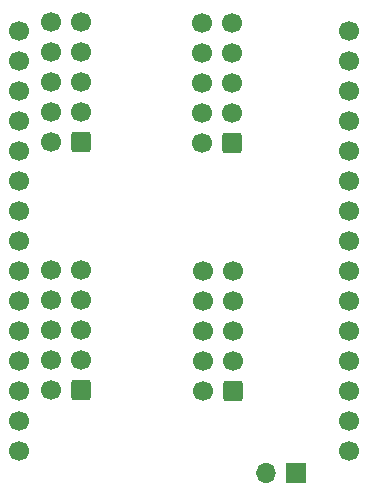
<source format=gbr>
%TF.GenerationSoftware,KiCad,Pcbnew,8.0.5*%
%TF.CreationDate,2024-09-24T01:03:51+02:00*%
%TF.ProjectId,RRF_MOT_EXP_ADAPTER,5252465f-4d4f-4545-9f45-58505f414441,rev?*%
%TF.SameCoordinates,Original*%
%TF.FileFunction,Soldermask,Bot*%
%TF.FilePolarity,Negative*%
%FSLAX46Y46*%
G04 Gerber Fmt 4.6, Leading zero omitted, Abs format (unit mm)*
G04 Created by KiCad (PCBNEW 8.0.5) date 2024-09-24 01:03:51*
%MOMM*%
%LPD*%
G01*
G04 APERTURE LIST*
G04 Aperture macros list*
%AMRoundRect*
0 Rectangle with rounded corners*
0 $1 Rounding radius*
0 $2 $3 $4 $5 $6 $7 $8 $9 X,Y pos of 4 corners*
0 Add a 4 corners polygon primitive as box body*
4,1,4,$2,$3,$4,$5,$6,$7,$8,$9,$2,$3,0*
0 Add four circle primitives for the rounded corners*
1,1,$1+$1,$2,$3*
1,1,$1+$1,$4,$5*
1,1,$1+$1,$6,$7*
1,1,$1+$1,$8,$9*
0 Add four rect primitives between the rounded corners*
20,1,$1+$1,$2,$3,$4,$5,0*
20,1,$1+$1,$4,$5,$6,$7,0*
20,1,$1+$1,$6,$7,$8,$9,0*
20,1,$1+$1,$8,$9,$2,$3,0*%
G04 Aperture macros list end*
%ADD10R,1.700000X1.700000*%
%ADD11O,1.700000X1.700000*%
%ADD12C,1.700000*%
%ADD13RoundRect,0.250000X-0.600000X-0.600000X0.600000X-0.600000X0.600000X0.600000X-0.600000X0.600000X0*%
G04 APERTURE END LIST*
D10*
%TO.C,J1*%
X134407529Y-79336527D03*
D11*
X131867529Y-79336527D03*
%TD*%
D12*
%TO.C,U1*%
X138906861Y-77460211D03*
X138906861Y-74920211D03*
X138906861Y-72380211D03*
X138906861Y-69840211D03*
X138906861Y-67300211D03*
X138906861Y-64760211D03*
X138906861Y-62220211D03*
X138906861Y-59680211D03*
X138906861Y-57140211D03*
X138906861Y-54600211D03*
X138906861Y-52060211D03*
X138906861Y-49520211D03*
X138906861Y-46980211D03*
X138906861Y-44440211D03*
X138906861Y-41900211D03*
X110966861Y-41900211D03*
X110966861Y-44440211D03*
X110966861Y-46980211D03*
X110966861Y-49520211D03*
X110966861Y-52060211D03*
X110966861Y-54600211D03*
X110966861Y-57140211D03*
X110966861Y-59680211D03*
X110966861Y-62220211D03*
X110966861Y-64760211D03*
X110966861Y-67300211D03*
X110966861Y-69840211D03*
X110966861Y-72380211D03*
X110966861Y-74920211D03*
X110966861Y-77460211D03*
%TD*%
D13*
%TO.C,MOT1*%
X129071122Y-72374585D03*
D12*
X126531122Y-72374585D03*
X129071122Y-69834585D03*
X126531122Y-69834585D03*
X129071122Y-67294585D03*
X126531122Y-67294585D03*
X129071122Y-64754585D03*
X126531122Y-64754585D03*
X129071122Y-62214585D03*
X126531122Y-62214585D03*
%TD*%
D13*
%TO.C,MOT2*%
X129049618Y-51409734D03*
D12*
X126509618Y-51409734D03*
X129049618Y-48869734D03*
X126509618Y-48869734D03*
X129049618Y-46329734D03*
X126509618Y-46329734D03*
X129049618Y-43789734D03*
X126509618Y-43789734D03*
X129049618Y-41249734D03*
X126509618Y-41249734D03*
%TD*%
D13*
%TO.C,EXP2*%
X116263646Y-51290940D03*
D12*
X113723646Y-51290940D03*
X116263646Y-48750940D03*
X113723646Y-48750940D03*
X116263646Y-46210940D03*
X113723646Y-46210940D03*
X116263646Y-43670940D03*
X113723646Y-43670940D03*
X116263646Y-41130940D03*
X113723646Y-41130940D03*
%TD*%
D13*
%TO.C,EXP1*%
X116266006Y-72281948D03*
D12*
X113726006Y-72281948D03*
X116266006Y-69741948D03*
X113726006Y-69741948D03*
X116266006Y-67201948D03*
X113726006Y-67201948D03*
X116266006Y-64661948D03*
X113726006Y-64661948D03*
X116266006Y-62121948D03*
X113726006Y-62121948D03*
%TD*%
M02*

</source>
